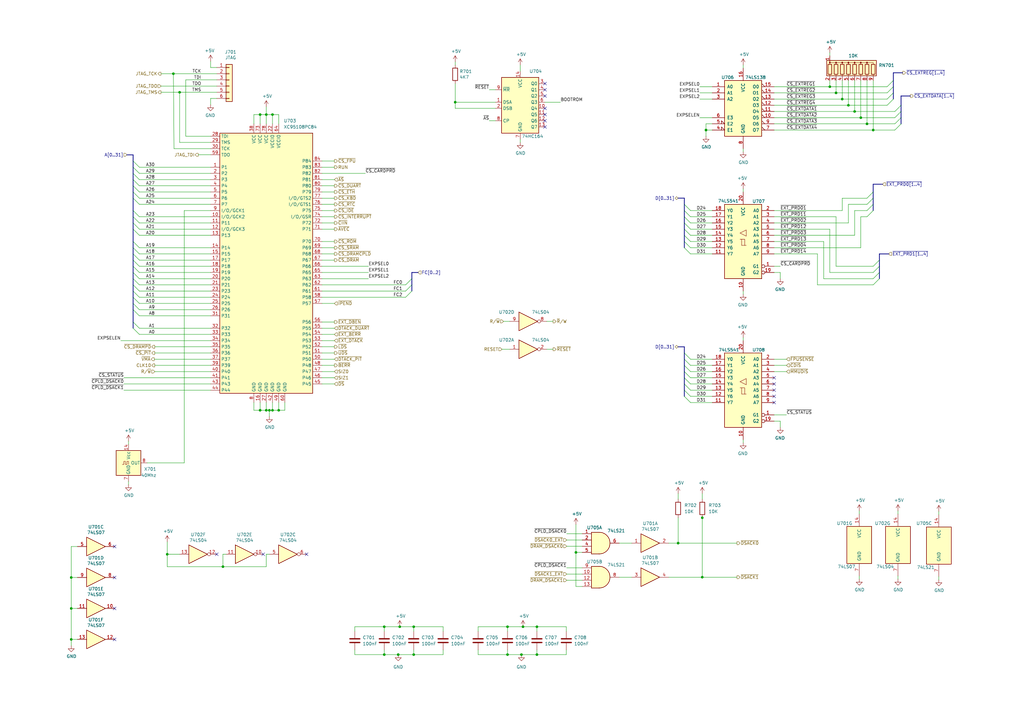
<source format=kicad_sch>
(kicad_sch (version 20211123) (generator eeschema)
  (paper "A3")
  (title_block (title "Y Ddraig Fawr") (company "Stephen Moody"))
  (junction (at 73.66 37.846))
  (junction (at 163.322 268.478))
  (junction (at 347.98 43.18))
  (junction (at 350.52 45.72))
  (junction (at 220.218 268.478))
  (junction (at 71.12 30.226))
  (junction (at 106.68 168.275))
  (junction (at 278.13 222.758))
  (junction (at 157.607 268.478))
  (junction (at 68.58 227.33))
  (junction (at 236.22 226.568))
  (junction (at 208.153 268.478))
  (junction (at 186.69 41.91))
  (junction (at 288.036 236.728))
  (junction (at 345.44 40.64))
  (junction (at 213.868 268.478))
  (junction (at 157.607 257.048))
  (junction (at 358.14 53.34))
  (junction (at 110.49 168.275))
  (junction (at 91.44 232.41))
  (junction (at 289.56 53.34))
  (junction (at 169.672 268.478))
  (junction (at 355.6 50.8))
  (junction (at 214.503 257.048))
  (junction (at 220.218 257.048))
  (junction (at 29.21 262.255))
  (junction (at 109.22 168.275))
  (junction (at 29.21 236.855))
  (junction (at 169.672 257.048))
  (junction (at 353.06 48.26))
  (junction (at 163.957 257.048))
  (junction (at 109.22 46.99))
  (junction (at 114.3 168.275))
  (junction (at 106.68 46.99))
  (junction (at 111.76 168.275))
  (junction (at 111.76 46.99))
  (junction (at 208.153 257.048))
  (junction (at 29.21 249.555))
  (junction (at 340.36 35.56))
  (junction (at 288.036 212.344))
  (junction (at 342.9 38.1))
  (no_connect (at 223.52 44.45))
  (no_connect (at 107.95 227.33))
  (no_connect (at 223.52 49.53))
  (no_connect (at 46.99 224.155))
  (no_connect (at 223.52 52.07))
  (no_connect (at 88.9 227.33))
  (no_connect (at 223.52 36.83))
  (no_connect (at 46.99 262.255))
  (no_connect (at 46.99 236.855))
  (no_connect (at 46.99 249.555))
  (no_connect (at 223.52 39.37))
  (no_connect (at 317.5 162.56))
  (no_connect (at 317.5 165.1))
  (no_connect (at 317.5 154.94))
  (no_connect (at 317.5 157.48))
  (no_connect (at 317.5 160.02))
  (no_connect (at 223.52 46.99))
  (no_connect (at 125.73 227.33))
  (no_connect (at 223.52 34.29))
  (bus_entry (at 54.61 116.84) (size 2.54 2.54))
  (bus_entry (at 54.61 88.9) (size 2.54 2.54))
  (bus_entry (at 280.67 144.78) (size 2.54 2.54))
  (bus_entry (at 280.67 162.56) (size 2.54 2.54))
  (bus_entry (at 366.395 33.02) (size -2.54 2.54))
  (bus_entry (at 366.395 40.64) (size -2.54 2.54))
  (bus_entry (at 366.395 38.1) (size -2.54 2.54))
  (bus_entry (at 369.57 45.72) (size -2.54 2.54))
  (bus_entry (at 369.57 50.8) (size -2.54 2.54))
  (bus_entry (at 369.57 48.26) (size -2.54 2.54))
  (bus_entry (at 369.57 43.18) (size -2.54 2.54))
  (bus_entry (at 366.395 35.56) (size -2.54 2.54))
  (bus_entry (at 54.61 101.6) (size 2.54 2.54))
  (bus_entry (at 280.67 101.6) (size 2.54 2.54))
  (bus_entry (at 54.61 73.66) (size 2.54 2.54))
  (bus_entry (at 360.68 111.76) (size -2.54 2.54))
  (bus_entry (at 54.61 86.36) (size 2.54 2.54))
  (bus_entry (at 168.91 116.84) (size -2.54 2.54))
  (bus_entry (at 54.61 124.46) (size 2.54 2.54))
  (bus_entry (at 280.67 88.9) (size 2.54 2.54))
  (bus_entry (at 54.61 106.68) (size 2.54 2.54))
  (bus_entry (at 54.61 91.44) (size 2.54 2.54))
  (bus_entry (at 54.61 119.38) (size 2.54 2.54))
  (bus_entry (at 280.67 83.82) (size 2.54 2.54))
  (bus_entry (at 54.61 66.04) (size 2.54 2.54))
  (bus_entry (at 280.67 99.06) (size 2.54 2.54))
  (bus_entry (at 54.61 111.76) (size 2.54 2.54))
  (bus_entry (at 166.37 116.84) (size 2.54 -2.54))
  (bus_entry (at 54.61 134.62) (size 2.54 2.54))
  (bus_entry (at 360.68 109.22) (size -2.54 2.54))
  (bus_entry (at 54.61 121.92) (size 2.54 2.54))
  (bus_entry (at 54.61 76.2) (size 2.54 2.54))
  (bus_entry (at 54.61 99.06) (size 2.54 2.54))
  (bus_entry (at 360.68 114.3) (size -2.54 2.54))
  (bus_entry (at 54.61 71.12) (size 2.54 2.54))
  (bus_entry (at 54.61 68.58) (size 2.54 2.54))
  (bus_entry (at 54.61 132.08) (size 2.54 2.54))
  (bus_entry (at 280.67 160.02) (size 2.54 2.54))
  (bus_entry (at 280.67 147.32) (size 2.54 2.54))
  (bus_entry (at 280.67 149.86) (size 2.54 2.54))
  (bus_entry (at 280.67 93.98) (size 2.54 2.54))
  (bus_entry (at 54.61 104.14) (size 2.54 2.54))
  (bus_entry (at 280.67 91.44) (size 2.54 2.54))
  (bus_entry (at 360.68 106.68) (size -2.54 2.54))
  (bus_entry (at 280.67 96.52) (size 2.54 2.54))
  (bus_entry (at 280.67 86.36) (size 2.54 2.54))
  (bus_entry (at 168.91 119.38) (size -2.54 2.54))
  (bus_entry (at 54.61 127) (size 2.54 2.54))
  (bus_entry (at 54.61 114.3) (size 2.54 2.54))
  (bus_entry (at 280.67 152.4) (size 2.54 2.54))
  (bus_entry (at 280.67 157.48) (size 2.54 2.54))
  (bus_entry (at 54.61 78.74) (size 2.54 2.54))
  (bus_entry (at 54.61 81.28) (size 2.54 2.54))
  (bus_entry (at 358.14 86.36) (size -2.54 2.54))
  (bus_entry (at 358.14 78.74) (size -2.54 2.54))
  (bus_entry (at 358.14 83.82) (size -2.54 2.54))
  (bus_entry (at 358.14 81.28) (size -2.54 2.54))
  (bus_entry (at 54.61 93.98) (size 2.54 2.54))
  (bus_entry (at 54.61 109.22) (size 2.54 2.54))
  (bus_entry (at 280.67 154.94) (size 2.54 2.54))
  (wire (pts (xy 317.5 40.64) (xy 345.44 40.64)))
  (wire (pts (xy 71.12 30.226) (xy 88.9 30.226)))
  (wire (pts (xy 50.8 154.94) (xy 86.36 154.94)))
  (wire (pts (xy 317.5 50.8) (xy 355.6 50.8)))
  (wire (pts (xy 57.15 116.84) (xy 86.36 116.84)))
  (wire (pts (xy 63.246 147.32) (xy 86.36 147.32)))
  (wire (pts (xy 236.22 240.538) (xy 238.76 240.538)))
  (wire (pts (xy 238.76 237.998) (xy 232.41 237.998)))
  (wire (pts (xy 92.71 227.33) (xy 91.44 227.33)))
  (wire (pts (xy 57.15 88.9) (xy 86.36 88.9)))
  (wire (pts (xy 57.15 101.6) (xy 86.36 101.6)))
  (wire (pts (xy 57.15 81.28) (xy 86.36 81.28)))
  (wire (pts (xy 29.21 249.555) (xy 29.21 262.255)))
  (wire (pts (xy 132.08 114.3) (xy 151.13 114.3)))
  (wire (pts (xy 109.22 232.41) (xy 109.22 227.33)))
  (bus (pts (xy 370.205 29.845) (xy 366.395 29.845)))
  (bus (pts (xy 54.61 104.14) (xy 54.61 106.68)))
  (wire (pts (xy 63.5 144.78) (xy 86.36 144.78)))
  (bus (pts (xy 280.67 142.24) (xy 280.67 144.78)))
  (bus (pts (xy 54.61 99.06) (xy 54.61 101.6)))
  (bus (pts (xy 366.395 33.02) (xy 366.395 35.56)))
  (wire (pts (xy 220.218 266.573) (xy 220.218 268.478)))
  (wire (pts (xy 304.8 26.67) (xy 304.8 27.94)))
  (wire (pts (xy 337.82 114.3) (xy 358.14 114.3)))
  (bus (pts (xy 358.14 81.28) (xy 358.14 83.82)))
  (wire (pts (xy 86.36 27.686) (xy 88.9 27.686)))
  (wire (pts (xy 347.98 83.82) (xy 355.6 83.82)))
  (wire (pts (xy 52.705 180.975) (xy 52.705 182.245)))
  (wire (pts (xy 75.565 189.865) (xy 75.565 86.36)))
  (bus (pts (xy 54.61 91.44) (xy 54.61 93.98)))
  (wire (pts (xy 57.15 96.52) (xy 86.36 96.52)))
  (wire (pts (xy 137.16 73.66) (xy 132.08 73.66)))
  (wire (pts (xy 347.98 43.18) (xy 363.855 43.18)))
  (wire (pts (xy 289.56 53.34) (xy 289.56 50.8)))
  (wire (pts (xy 236.22 215.138) (xy 236.22 226.568)))
  (wire (pts (xy 145.542 268.478) (xy 157.607 268.478)))
  (wire (pts (xy 287.02 38.1) (xy 292.1 38.1)))
  (wire (pts (xy 63.5 152.4) (xy 86.36 152.4)))
  (wire (pts (xy 111.76 46.99) (xy 111.76 50.8)))
  (bus (pts (xy 358.14 75.565) (xy 358.14 78.74)))
  (wire (pts (xy 181.737 268.478) (xy 181.737 266.573)))
  (wire (pts (xy 57.15 93.98) (xy 86.36 93.98)))
  (wire (pts (xy 186.69 41.91) (xy 186.69 34.29)))
  (wire (pts (xy 57.15 119.38) (xy 86.36 119.38)))
  (wire (pts (xy 304.8 180.34) (xy 304.8 181.61)))
  (bus (pts (xy 54.61 71.12) (xy 54.61 73.66)))
  (bus (pts (xy 280.67 81.28) (xy 280.67 83.82)))
  (wire (pts (xy 238.76 221.488) (xy 232.41 221.488)))
  (wire (pts (xy 292.1 99.06) (xy 283.21 99.06)))
  (bus (pts (xy 360.68 106.68) (xy 360.68 109.22)))
  (wire (pts (xy 353.06 48.26) (xy 367.03 48.26)))
  (wire (pts (xy 57.15 114.3) (xy 86.36 114.3)))
  (wire (pts (xy 29.21 262.255) (xy 29.21 264.795)))
  (wire (pts (xy 106.68 165.1) (xy 106.68 168.275)))
  (bus (pts (xy 369.57 43.18) (xy 369.57 45.72)))
  (wire (pts (xy 278.13 222.758) (xy 302.26 222.758)))
  (wire (pts (xy 196.088 268.478) (xy 208.153 268.478)))
  (wire (pts (xy 63.5 149.86) (xy 86.36 149.86)))
  (wire (pts (xy 186.69 44.45) (xy 203.2 44.45)))
  (bus (pts (xy 54.61 73.66) (xy 54.61 76.2)))
  (wire (pts (xy 317.5 109.22) (xy 320.04 109.22)))
  (bus (pts (xy 358.14 75.565) (xy 361.95 75.565)))
  (wire (pts (xy 352.425 209.55) (xy 352.425 210.82)))
  (wire (pts (xy 151.13 111.76) (xy 132.08 111.76)))
  (wire (pts (xy 66.04 30.226) (xy 71.12 30.226)))
  (wire (pts (xy 292.1 48.26) (xy 287.02 48.26)))
  (wire (pts (xy 114.3 46.99) (xy 111.76 46.99)))
  (wire (pts (xy 57.15 124.46) (xy 86.36 124.46)))
  (wire (pts (xy 137.16 157.48) (xy 132.08 157.48)))
  (wire (pts (xy 111.76 168.275) (xy 114.3 168.275)))
  (bus (pts (xy 54.61 127) (xy 54.61 132.08)))
  (wire (pts (xy 137.16 76.2) (xy 132.08 76.2)))
  (wire (pts (xy 132.08 88.9) (xy 137.16 88.9)))
  (bus (pts (xy 364.49 104.14) (xy 360.68 104.14)))
  (wire (pts (xy 238.76 232.918) (xy 232.41 232.918)))
  (bus (pts (xy 54.61 124.46) (xy 54.61 127)))
  (wire (pts (xy 317.5 93.98) (xy 340.36 93.98)))
  (wire (pts (xy 137.16 81.28) (xy 132.08 81.28)))
  (wire (pts (xy 132.08 149.86) (xy 137.16 149.86)))
  (wire (pts (xy 223.52 41.91) (xy 229.87 41.91)))
  (wire (pts (xy 317.5 172.72) (xy 320.04 172.72)))
  (wire (pts (xy 340.36 35.56) (xy 340.36 33.02)))
  (wire (pts (xy 317.5 38.1) (xy 342.9 38.1)))
  (wire (pts (xy 57.15 83.82) (xy 86.36 83.82)))
  (bus (pts (xy 280.67 149.86) (xy 280.67 152.4)))
  (wire (pts (xy 57.15 104.14) (xy 86.36 104.14)))
  (wire (pts (xy 57.15 111.76) (xy 86.36 111.76)))
  (wire (pts (xy 137.16 101.6) (xy 132.08 101.6)))
  (wire (pts (xy 278.13 212.344) (xy 278.13 222.758)))
  (bus (pts (xy 54.61 63.5) (xy 54.61 66.04)))
  (wire (pts (xy 29.21 224.155) (xy 31.75 224.155)))
  (wire (pts (xy 317.5 91.44) (xy 347.98 91.44)))
  (wire (pts (xy 57.15 71.12) (xy 86.36 71.12)))
  (wire (pts (xy 220.218 257.048) (xy 220.218 258.953)))
  (bus (pts (xy 280.67 152.4) (xy 280.67 154.94)))
  (wire (pts (xy 137.16 86.36) (xy 132.08 86.36)))
  (wire (pts (xy 292.1 101.6) (xy 283.21 101.6)))
  (wire (pts (xy 292.1 40.64) (xy 287.02 40.64)))
  (wire (pts (xy 110.49 168.275) (xy 111.76 168.275)))
  (wire (pts (xy 213.36 58.42) (xy 213.36 57.15)))
  (wire (pts (xy 137.16 134.62) (xy 132.08 134.62)))
  (wire (pts (xy 137.16 104.14) (xy 132.08 104.14)))
  (bus (pts (xy 280.67 88.9) (xy 280.67 91.44)))
  (wire (pts (xy 66.04 35.306) (xy 88.9 35.306)))
  (wire (pts (xy 368.3 210.82) (xy 368.3 209.55)))
  (wire (pts (xy 151.13 109.22) (xy 132.08 109.22)))
  (wire (pts (xy 31.75 236.855) (xy 29.21 236.855)))
  (wire (pts (xy 292.1 88.9) (xy 283.21 88.9)))
  (wire (pts (xy 137.16 106.68) (xy 132.08 106.68)))
  (bus (pts (xy 280.67 86.36) (xy 280.67 88.9)))
  (wire (pts (xy 350.52 45.72) (xy 367.03 45.72)))
  (wire (pts (xy 104.14 168.275) (xy 106.68 168.275)))
  (wire (pts (xy 57.15 91.44) (xy 86.36 91.44)))
  (bus (pts (xy 54.61 106.68) (xy 54.61 109.22)))
  (bus (pts (xy 54.61 93.98) (xy 54.61 99.06)))
  (wire (pts (xy 292.1 162.56) (xy 283.21 162.56)))
  (wire (pts (xy 68.58 232.41) (xy 91.44 232.41)))
  (bus (pts (xy 168.91 111.76) (xy 168.91 114.3)))
  (wire (pts (xy 137.16 99.06) (xy 132.08 99.06)))
  (wire (pts (xy 205.867 143.256) (xy 209.042 143.256)))
  (wire (pts (xy 355.6 88.9) (xy 353.06 88.9)))
  (wire (pts (xy 342.9 88.9) (xy 342.9 109.22)))
  (wire (pts (xy 289.56 50.8) (xy 292.1 50.8)))
  (wire (pts (xy 224.282 143.256) (xy 226.822 143.256)))
  (wire (pts (xy 145.542 258.953) (xy 145.542 257.048)))
  (wire (pts (xy 50.8 160.02) (xy 86.36 160.02)))
  (bus (pts (xy 280.67 157.48) (xy 280.67 160.02)))
  (wire (pts (xy 292.1 53.34) (xy 289.56 53.34)))
  (bus (pts (xy 54.61 81.28) (xy 54.61 86.36)))
  (wire (pts (xy 137.16 142.24) (xy 132.08 142.24)))
  (wire (pts (xy 57.15 76.2) (xy 86.36 76.2)))
  (wire (pts (xy 368.3 237.49) (xy 368.3 236.22)))
  (wire (pts (xy 132.08 137.16) (xy 137.16 137.16)))
  (wire (pts (xy 220.218 268.478) (xy 232.283 268.478)))
  (wire (pts (xy 75.565 86.36) (xy 86.36 86.36)))
  (wire (pts (xy 345.44 86.36) (xy 345.44 81.28)))
  (wire (pts (xy 209.042 131.826) (xy 206.502 131.826)))
  (bus (pts (xy 54.61 119.38) (xy 54.61 121.92)))
  (wire (pts (xy 57.15 134.62) (xy 86.36 134.62)))
  (wire (pts (xy 114.3 50.8) (xy 114.3 46.99)))
  (wire (pts (xy 292.1 165.1) (xy 283.21 165.1)))
  (wire (pts (xy 317.5 43.18) (xy 347.98 43.18)))
  (wire (pts (xy 86.36 42.926) (xy 86.36 40.386)))
  (bus (pts (xy 358.14 83.82) (xy 358.14 86.36)))
  (wire (pts (xy 317.5 48.26) (xy 353.06 48.26)))
  (wire (pts (xy 335.28 104.14) (xy 317.5 104.14)))
  (wire (pts (xy 232.283 268.478) (xy 232.283 266.573)))
  (wire (pts (xy 169.672 257.048) (xy 181.737 257.048)))
  (wire (pts (xy 109.22 165.1) (xy 109.22 168.275)))
  (bus (pts (xy 280.67 96.52) (xy 280.67 99.06)))
  (bus (pts (xy 280.67 93.98) (xy 280.67 96.52)))
  (wire (pts (xy 196.088 257.048) (xy 208.153 257.048)))
  (wire (pts (xy 350.52 96.52) (xy 350.52 86.36)))
  (bus (pts (xy 54.61 76.2) (xy 54.61 78.74)))
  (wire (pts (xy 320.04 172.72) (xy 320.04 175.26)))
  (wire (pts (xy 358.14 116.84) (xy 335.28 116.84)))
  (wire (pts (xy 213.868 268.478) (xy 220.218 268.478)))
  (wire (pts (xy 208.153 257.048) (xy 214.503 257.048)))
  (wire (pts (xy 358.14 53.34) (xy 367.03 53.34)))
  (bus (pts (xy 168.91 111.76) (xy 171.45 111.76)))
  (wire (pts (xy 220.218 257.048) (xy 232.283 257.048)))
  (wire (pts (xy 292.1 147.32) (xy 283.21 147.32)))
  (wire (pts (xy 385.064 211.074) (xy 385.064 209.804)))
  (wire (pts (xy 57.15 109.22) (xy 86.36 109.22)))
  (wire (pts (xy 278.13 202.438) (xy 278.13 204.724)))
  (bus (pts (xy 369.57 45.72) (xy 369.57 48.26)))
  (wire (pts (xy 66.04 37.846) (xy 73.66 37.846)))
  (wire (pts (xy 76.2 32.766) (xy 88.9 32.766)))
  (wire (pts (xy 232.283 257.048) (xy 232.283 258.953)))
  (wire (pts (xy 317.5 152.4) (xy 322.58 152.4)))
  (wire (pts (xy 304.8 60.96) (xy 304.8 62.23)))
  (bus (pts (xy 280.67 99.06) (xy 280.67 101.6)))
  (wire (pts (xy 132.08 91.44) (xy 137.16 91.44)))
  (wire (pts (xy 304.8 139.7) (xy 304.8 138.43)))
  (wire (pts (xy 132.08 66.04) (xy 137.16 66.04)))
  (wire (pts (xy 86.36 63.5) (xy 81.28 63.5)))
  (wire (pts (xy 71.374 60.96) (xy 71.12 30.226)))
  (wire (pts (xy 317.5 99.06) (xy 337.82 99.06)))
  (wire (pts (xy 342.9 109.22) (xy 358.14 109.22)))
  (wire (pts (xy 57.15 127) (xy 86.36 127)))
  (wire (pts (xy 238.76 218.948) (xy 232.41 218.948)))
  (bus (pts (xy 54.61 78.74) (xy 54.61 81.28)))
  (wire (pts (xy 132.08 93.98) (xy 137.16 93.98)))
  (wire (pts (xy 76.2 55.88) (xy 76.2 32.766)))
  (wire (pts (xy 57.15 129.54) (xy 86.36 129.54)))
  (wire (pts (xy 169.672 257.048) (xy 169.672 258.953)))
  (wire (pts (xy 109.22 46.99) (xy 109.22 50.8)))
  (wire (pts (xy 292.1 157.48) (xy 283.21 157.48)))
  (wire (pts (xy 111.76 46.99) (xy 109.22 46.99)))
  (wire (pts (xy 163.957 257.048) (xy 169.672 257.048)))
  (wire (pts (xy 73.66 37.846) (xy 88.9 37.846)))
  (bus (pts (xy 54.61 66.04) (xy 54.61 68.58)))
  (wire (pts (xy 157.607 257.048) (xy 163.957 257.048)))
  (wire (pts (xy 292.1 154.94) (xy 283.21 154.94)))
  (wire (pts (xy 288.036 236.728) (xy 302.26 236.728)))
  (wire (pts (xy 109.22 43.815) (xy 109.22 46.99)))
  (wire (pts (xy 320.04 111.76) (xy 320.04 114.3)))
  (wire (pts (xy 91.44 227.33) (xy 91.44 232.41)))
  (wire (pts (xy 157.607 266.573) (xy 157.607 268.478)))
  (wire (pts (xy 86.36 55.88) (xy 76.2 55.88)))
  (wire (pts (xy 347.98 91.44) (xy 347.98 83.82)))
  (wire (pts (xy 68.58 227.33) (xy 73.66 227.33)))
  (bus (pts (xy 54.61 86.36) (xy 54.61 88.9)))
  (wire (pts (xy 57.15 137.16) (xy 86.36 137.16)))
  (bus (pts (xy 360.68 111.76) (xy 360.68 114.3)))
  (bus (pts (xy 280.67 147.32) (xy 280.67 149.86)))
  (wire (pts (xy 157.607 268.478) (xy 163.322 268.478)))
  (wire (pts (xy 317.5 53.34) (xy 358.14 53.34)))
  (wire (pts (xy 60.325 189.865) (xy 75.565 189.865)))
  (wire (pts (xy 292.1 160.02) (xy 283.21 160.02)))
  (wire (pts (xy 345.44 40.64) (xy 345.44 33.02)))
  (wire (pts (xy 86.36 58.42) (xy 73.66 58.42)))
  (wire (pts (xy 350.52 45.72) (xy 350.52 33.02)))
  (bus (pts (xy 280.67 142.24) (xy 278.13 142.24)))
  (bus (pts (xy 280.67 144.78) (xy 280.67 147.32)))
  (bus (pts (xy 366.395 29.845) (xy 366.395 33.02)))
  (wire (pts (xy 317.5 35.56) (xy 340.36 35.56)))
  (bus (pts (xy 54.61 101.6) (xy 54.61 104.14)))
  (wire (pts (xy 86.36 40.386) (xy 88.9 40.386)))
  (wire (pts (xy 104.14 165.1) (xy 104.14 168.275)))
  (wire (pts (xy 109.22 227.33) (xy 110.49 227.33)))
  (bus (pts (xy 366.395 35.56) (xy 366.395 38.1)))
  (bus (pts (xy 280.67 160.02) (xy 280.67 162.56)))
  (wire (pts (xy 157.607 257.048) (xy 157.607 258.953)))
  (wire (pts (xy 73.66 58.42) (xy 73.66 37.846)))
  (wire (pts (xy 169.672 268.478) (xy 181.737 268.478)))
  (wire (pts (xy 335.28 116.84) (xy 335.28 104.14)))
  (wire (pts (xy 203.2 49.53) (xy 200.66 49.53)))
  (wire (pts (xy 289.56 55.88) (xy 289.56 53.34)))
  (bus (pts (xy 280.67 91.44) (xy 280.67 93.98)))
  (wire (pts (xy 292.1 149.86) (xy 283.21 149.86)))
  (wire (pts (xy 287.02 35.56) (xy 292.1 35.56)))
  (wire (pts (xy 196.088 266.573) (xy 196.088 268.478)))
  (bus (pts (xy 54.61 63.5) (xy 52.07 63.5)))
  (wire (pts (xy 317.5 170.18) (xy 322.58 170.18)))
  (wire (pts (xy 116.84 168.275) (xy 116.84 165.1)))
  (wire (pts (xy 186.69 44.45) (xy 186.69 41.91)))
  (wire (pts (xy 49.53 139.7) (xy 86.36 139.7)))
  (wire (pts (xy 214.503 257.048) (xy 220.218 257.048)))
  (wire (pts (xy 292.1 91.44) (xy 283.21 91.44)))
  (wire (pts (xy 226.822 131.826) (xy 224.282 131.826)))
  (bus (pts (xy 54.61 114.3) (xy 54.61 116.84)))
  (wire (pts (xy 106.68 46.99) (xy 106.68 50.8)))
  (wire (pts (xy 236.22 226.568) (xy 236.22 240.538)))
  (wire (pts (xy 317.5 45.72) (xy 350.52 45.72)))
  (wire (pts (xy 238.76 226.568) (xy 236.22 226.568)))
  (bus (pts (xy 54.61 116.84) (xy 54.61 119.38)))
  (wire (pts (xy 353.06 101.6) (xy 317.5 101.6)))
  (wire (pts (xy 132.08 116.84) (xy 166.37 116.84)))
  (wire (pts (xy 57.15 73.66) (xy 86.36 73.66)))
  (wire (pts (xy 86.36 60.96) (xy 71.374 60.96)))
  (wire (pts (xy 355.6 50.8) (xy 355.6 33.02)))
  (wire (pts (xy 110.49 168.275) (xy 110.49 170.815)))
  (wire (pts (xy 186.69 41.91) (xy 203.2 41.91)))
  (wire (pts (xy 337.82 99.06) (xy 337.82 114.3)))
  (wire (pts (xy 106.68 46.99) (xy 104.14 46.99)))
  (wire (pts (xy 292.1 93.98) (xy 283.21 93.98)))
  (bus (pts (xy 54.61 109.22) (xy 54.61 111.76)))
  (wire (pts (xy 317.5 88.9) (xy 342.9 88.9)))
  (wire (pts (xy 132.08 68.58) (xy 137.16 68.58)))
  (wire (pts (xy 52.705 198.755) (xy 52.705 197.485)))
  (wire (pts (xy 342.9 38.1) (xy 363.855 38.1)))
  (wire (pts (xy 208.153 268.478) (xy 213.868 268.478)))
  (bus (pts (xy 280.67 83.82) (xy 280.67 86.36)))
  (wire (pts (xy 57.15 121.92) (xy 86.36 121.92)))
  (wire (pts (xy 63.5 142.24) (xy 86.36 142.24)))
  (bus (pts (xy 369.57 48.26) (xy 369.57 50.8)))
  (wire (pts (xy 259.08 222.758) (xy 254 222.758)))
  (wire (pts (xy 137.16 139.7) (xy 132.08 139.7)))
  (wire (pts (xy 163.322 268.478) (xy 169.672 268.478)))
  (wire (pts (xy 29.21 236.855) (xy 29.21 224.155)))
  (wire (pts (xy 149.86 71.12) (xy 132.08 71.12)))
  (wire (pts (xy 317.5 96.52) (xy 350.52 96.52)))
  (wire (pts (xy 200.66 36.83) (xy 203.2 36.83)))
  (wire (pts (xy 345.44 81.28) (xy 355.6 81.28)))
  (bus (pts (xy 54.61 111.76) (xy 54.61 114.3)))
  (wire (pts (xy 68.58 227.33) (xy 68.58 232.41)))
  (wire (pts (xy 57.15 78.74) (xy 86.36 78.74)))
  (wire (pts (xy 292.1 86.36) (xy 283.21 86.36)))
  (wire (pts (xy 169.672 266.573) (xy 169.672 268.478)))
  (wire (pts (xy 31.75 262.255) (xy 29.21 262.255)))
  (wire (pts (xy 340.36 21.59) (xy 340.36 22.86)))
  (wire (pts (xy 145.542 266.573) (xy 145.542 268.478)))
  (wire (pts (xy 91.44 232.41) (xy 109.22 232.41)))
  (bus (pts (xy 360.68 104.14) (xy 360.68 106.68)))
  (wire (pts (xy 132.08 147.32) (xy 137.16 147.32)))
  (wire (pts (xy 274.32 236.728) (xy 288.036 236.728)))
  (wire (pts (xy 353.06 88.9) (xy 353.06 101.6)))
  (wire (pts (xy 137.16 83.82) (xy 132.08 83.82)))
  (wire (pts (xy 317.5 147.32) (xy 322.58 147.32)))
  (wire (pts (xy 86.36 25.146) (xy 86.36 27.686)))
  (bus (pts (xy 366.395 38.1) (xy 366.395 40.64)))
  (wire (pts (xy 342.9 38.1) (xy 342.9 33.02)))
  (wire (pts (xy 114.3 165.1) (xy 114.3 168.275)))
  (wire (pts (xy 132.08 152.4) (xy 137.16 152.4)))
  (wire (pts (xy 132.08 119.38) (xy 166.37 119.38)))
  (wire (pts (xy 347.98 43.18) (xy 347.98 33.02)))
  (wire (pts (xy 145.542 257.048) (xy 157.607 257.048)))
  (wire (pts (xy 137.16 144.78) (xy 132.08 144.78)))
  (wire (pts (xy 68.58 222.25) (xy 68.58 227.33)))
  (wire (pts (xy 317.5 149.86) (xy 322.58 149.86)))
  (wire (pts (xy 292.1 96.52) (xy 283.21 96.52)))
  (wire (pts (xy 355.6 50.8) (xy 367.03 50.8)))
  (wire (pts (xy 104.14 46.99) (xy 104.14 50.8)))
  (wire (pts (xy 50.8 157.48) (xy 86.36 157.48)))
  (wire (pts (xy 137.16 78.74) (xy 132.08 78.74)))
  (wire (pts (xy 254 236.728) (xy 259.08 236.728)))
  (wire (pts (xy 340.36 35.56) (xy 363.855 35.56)))
  (wire (pts (xy 132.08 124.46) (xy 137.16 124.46)))
  (wire (pts (xy 304.8 119.38) (xy 304.8 120.65)))
  (wire (pts (xy 288.036 212.344) (xy 288.036 236.728)))
  (wire (pts (xy 137.16 132.08) (xy 132.08 132.08)))
  (wire (pts (xy 340.36 93.98) (xy 340.36 111.76)))
  (wire (pts (xy 109.22 46.99) (xy 106.68 46.99)))
  (wire (pts (xy 238.76 235.458) (xy 232.41 235.458)))
  (wire (pts (xy 317.5 111.76) (xy 320.04 111.76)))
  (wire (pts (xy 340.36 111.76) (xy 358.14 111.76)))
  (bus (pts (xy 360.68 109.22) (xy 360.68 111.76)))
  (wire (pts (xy 31.75 249.555) (xy 29.21 249.555)))
  (bus (pts (xy 280.67 81.28) (xy 278.13 81.28)))
  (wire (pts (xy 196.088 258.953) (xy 196.088 257.048)))
  (bus (pts (xy 54.61 121.92) (xy 54.61 124.46)))
  (bus (pts (xy 168.91 116.84) (xy 168.91 119.38)))
  (bus (pts (xy 280.67 154.94) (xy 280.67 157.48)))
  (wire (pts (xy 106.68 168.275) (xy 109.22 168.275)))
  (wire (pts (xy 352.425 237.49) (xy 352.425 236.22)))
  (wire (pts (xy 350.52 86.36) (xy 355.6 86.36)))
  (wire (pts (xy 274.32 222.758) (xy 278.13 222.758)))
  (bus (pts (xy 369.57 39.37) (xy 369.57 43.18)))
  (wire (pts (xy 358.14 53.34) (xy 358.14 33.02)))
  (bus (pts (xy 373.38 39.37) (xy 369.57 39.37)))
  (wire (pts (xy 292.1 152.4) (xy 283.21 152.4)))
  (wire (pts (xy 109.22 168.275) (xy 110.49 168.275)))
  (wire (pts (xy 208.153 257.048) (xy 208.153 258.953)))
  (bus (pts (xy 54.61 88.9) (xy 54.61 91.44)))
  (wire (pts (xy 111.76 165.1) (xy 111.76 168.275)))
  (wire (pts (xy 132.08 121.92) (xy 166.37 121.92)))
  (wire (pts (xy 353.06 48.26) (xy 353.06 33.02)))
  (bus (pts (xy 168.91 114.3) (xy 168.91 116.84)))
  (wire (pts (xy 304.8 78.74) (xy 304.8 77.47)))
  (wire (pts (xy 137.16 154.94) (xy 132.08 154.94)))
  (wire (pts (xy 29.21 236.855) (xy 29.21 249.555)))
  (wire (pts (xy 317.5 86.36) (xy 345.44 86.36)))
  (wire (pts (xy 186.69 25.4) (xy 186.69 26.67)))
  (bus (pts (xy 54.61 68.58) (xy 54.61 71.12)))
  (wire (pts (xy 288.036 212.09) (xy 288.036 212.344)))
  (wire (pts (xy 238.76 224.028) (xy 232.41 224.028)))
  (wire (pts (xy 114.3 168.275) (xy 116.84 168.275)))
  (wire (pts (xy 345.44 40.64) (xy 363.855 40.64)))
  (wire (pts (xy 213.36 26.67) (xy 213.36 29.21)))
  (wire (pts (xy 208.153 266.573) (xy 208.153 268.478)))
  (bus (pts (xy 54.61 132.08) (xy 54.61 134.62)))
  (wire (pts (xy 385.064 237.744) (xy 385.064 236.474)))
  (wire (pts (xy 181.737 257.048) (xy 181.737 258.953)))
  (wire (pts (xy 57.15 106.68) (xy 86.36 106.68)))
  (wire (pts (xy 57.15 68.58) (xy 86.36 68.58)))
  (bus (pts (xy 358.14 78.74) (xy 358.14 81.28)))
  (wire (pts (xy 292.1 104.14) (xy 283.21 104.14)))
  (wire (pts (xy 288.036 202.438) (xy 288.036 204.724)))
  (label "~{CS_EXTREG4}" (at 322.58 43.18 0))
  (label "D25" (at 289.56 149.86 180))
  (label "A1" (at 63.5 134.62 180))
  (label "D26" (at 289.56 152.4 180))
  (label "EXPSELEN" (at 49.53 139.7 180))
  (label "A21" (at 63.5 93.98 180))
  (label "EXPSEL2" (at 151.13 114.3 0))
  (label "EXPSEL1" (at 287.02 38.1 180))
  (label "A9" (at 63.5 127 180))
  (label "D28" (at 289.56 157.48 180))
  (label "~{EXT_PRD11}" (at 320.04 88.9 0))
  (label "A29" (at 63.5 71.12 180))
  (label "~{CS_EXTDATA1}" (at 322.58 45.72 0))
  (label "A19" (at 63.5 101.6 180))
  (label "A30" (at 63.5 68.58 180))
  (label "BOOTROM" (at 229.87 41.91 0))
  (label "D30" (at 289.56 162.56 180))
  (label "A0" (at 63.5 137.16 180))
  (label "~{AS}" (at 200.66 49.53 180))
  (label "~{CS_STATUS}" (at 50.8 154.94 180))
  (label "A17" (at 63.5 106.68 180))
  (label "D27" (at 289.56 93.98 180))
  (label "A14" (at 63.5 114.3 180))
  (label "~{EXT_PRD13}" (at 320.04 99.06 0))
  (label "A20" (at 63.5 96.52 180))
  (label "~{CPLD_DSACK0}" (at 232.41 218.948 180))
  (label "~{EXT_PRD04}" (at 320.04 101.6 0))
  (label "D31" (at 289.56 104.14 180))
  (label "A16" (at 63.5 109.22 180))
  (label "~{CPLD_DSACK1}" (at 50.8 160.02 180))
  (label "FC2" (at 161.29 121.92 0))
  (label "A28" (at 63.5 73.66 180))
  (label "~{CPLD_DSACK0}" (at 50.8 157.48 180))
  (label "~{EXT_PRD12}" (at 320.04 93.98 0))
  (label "A8" (at 63.5 129.54 180))
  (label "D28" (at 289.56 96.52 180))
  (label "~{CS_EXTREG2}" (at 322.58 38.1 0))
  (label "D29" (at 289.56 99.06 180))
  (label "A22" (at 63.5 91.44 180))
  (label "A23" (at 63.5 88.9 180))
  (label "~{EXT_PRD01}" (at 320.04 86.36 0))
  (label "~{CS_CARDPRD}" (at 149.86 71.12 0))
  (label "D24" (at 289.56 147.32 180))
  (label "D24" (at 289.56 86.36 180))
  (label "~{EXT_PRD03}" (at 320.04 96.52 0))
  (label "A18" (at 63.5 104.14 180))
  (label "A10" (at 63.5 124.46 180))
  (label "A26" (at 63.5 78.74 180))
  (label "D27" (at 289.56 154.94 180))
  (label "A12" (at 63.5 119.38 180))
  (label "TDO" (at 82.55 35.306 180))
  (label "TMS" (at 82.55 37.846 180))
  (label "FC0" (at 161.29 116.84 0))
  (label "~{CS_EXTREG3}" (at 322.58 40.64 0))
  (label "A25" (at 63.5 81.28 180))
  (label "~{CS_EXTDATA2}" (at 322.58 48.26 0))
  (label "A27" (at 63.5 76.2 180))
  (label "~{CPLD_DSACK1}" (at 232.41 232.918 180))
  (label "EXPSELEN" (at 287.02 48.26 180))
  (label "A13" (at 63.5 116.84 180))
  (label "~{RESET}" (at 200.66 36.83 180))
  (label "~{CS_EXTDATA4}" (at 322.58 53.34 0))
  (label "D25" (at 289.56 88.9 180))
  (label "EXPSEL1" (at 151.13 111.76 0))
  (label "D26" (at 289.56 91.44 180))
  (label "~{CS_EXTDATA3}" (at 322.58 50.8 0))
  (label "D29" (at 289.56 160.02 180))
  (label "~{CS_STATUS}" (at 322.58 170.18 0))
  (label "A24" (at 63.5 83.82 180))
  (label "TDI" (at 82.55 32.766 180))
  (label "A15" (at 63.5 111.76 180))
  (label "~{CS_CARDPRD}" (at 320.04 109.22 0))
  (label "A11" (at 63.5 121.92 180))
  (label "FC1" (at 161.29 119.38 0))
  (label "TCK" (at 82.55 30.226 180))
  (label "EXPSEL0" (at 287.02 35.56 180))
  (label "EXPSEL0" (at 151.13 109.22 0))
  (label "D31" (at 289.56 165.1 180))
  (label "D30" (at 289.56 101.6 180))
  (label "~{EXT_PRD02}" (at 320.04 91.44 0))
  (label "~{CS_EXTREG1}" (at 322.58 35.56 0))
  (label "EXPSEL2" (at 287.02 40.64 180))
  (label "~{EXT_PRD14}" (at 320.04 104.14 0))
  (hierarchical_label "SIZ1" (shape input) (at 137.16 154.94 0))
  (hierarchical_label "~{CDIS}" (shape input) (at 322.58 149.86 0))
  (hierarchical_label "~{DTACK_PIT}" (shape input) (at 137.16 147.32 0))
  (hierarchical_label "~{DSACK1_EXT}" (shape input) (at 232.41 235.458 180))
  (hierarchical_label "~{CIIN}" (shape output) (at 137.16 91.44 0))
  (hierarchical_label "~{CS_KBD}" (shape output) (at 137.16 81.28 0))
  (hierarchical_label "~{CS_PIT}" (shape output) (at 63.5 144.78 180))
  (hierarchical_label "~{CS_IDE}" (shape output) (at 137.16 86.36 0))
  (hierarchical_label "SIZ0" (shape input) (at 137.16 152.4 0))
  (hierarchical_label "~{CS_ETH}" (shape output) (at 137.16 78.74 0))
  (hierarchical_label "R{slash}~{W}" (shape input) (at 206.502 131.826 180))
  (hierarchical_label "~{DRAM_DSACK0}" (shape input) (at 232.41 224.028 180))
  (hierarchical_label "~{MMUDIS}" (shape input) (at 322.58 152.4 0))
  (hierarchical_label "~{LDS}" (shape output) (at 137.16 142.24 0))
  (hierarchical_label "~{CS_DRAMCPLD}" (shape output) (at 137.16 104.14 0))
  (hierarchical_label "~{AVEC}" (shape output) (at 137.16 93.98 0))
  (hierarchical_label "~{DSACK0_EXT}" (shape input) (at 232.41 221.488 180))
  (hierarchical_label "~{RESET}" (shape output) (at 226.822 143.256 0))
  (hierarchical_label "~{CS_SRAM}" (shape output) (at 137.16 101.6 0))
  (hierarchical_label "~{CS_FPU}" (shape output) (at 137.16 66.04 0))
  (hierarchical_label "A[0..31]" (shape input) (at 52.07 63.5 180))
  (hierarchical_label "~{DTACK_DUART}" (shape input) (at 137.16 134.62 0))
  (hierarchical_label "FC[0..2]" (shape input) (at 171.45 111.76 0))
  (hierarchical_label "~{DSACK0}" (shape output) (at 302.26 222.758 0))
  (hierarchical_label "RESET" (shape input) (at 205.867 143.256 180))
  (hierarchical_label "~{R}{slash}W" (shape output) (at 226.822 131.826 0))
  (hierarchical_label "JTAG_TDI" (shape output) (at 81.28 63.5 180))
  (hierarchical_label "~{EXT_PRD0[1..4]}" (shape input) (at 361.95 75.565 0))
  (hierarchical_label "~{CS_EXTDATA[1..4]}" (shape output) (at 373.38 39.37 0))
  (hierarchical_label "~{CS_DUART}" (shape output) (at 137.16 76.2 0))
  (hierarchical_label "~{CS_INTERRUPT}" (shape output) (at 137.16 88.9 0))
  (hierarchical_label "~{FPUSENSE}" (shape input) (at 322.58 147.32 0))
  (hierarchical_label "~{CS_ROM}" (shape output) (at 137.16 99.06 0))
  (hierarchical_label "~{IPEND}" (shape input) (at 137.16 124.46 0))
  (hierarchical_label "~{EXT_DTACK}" (shape input) (at 137.16 139.7 0))
  (hierarchical_label "JTAG_TDO" (shape input) (at 66.04 35.306 180))
  (hierarchical_label "~{DRAM_DSACK1}" (shape input) (at 232.41 237.998 180))
  (hierarchical_label "CLK10" (shape output) (at 63.5 149.86 180))
  (hierarchical_label "~{CS_DRAM}" (shape output) (at 137.16 106.68 0))
  (hierarchical_label "~{DS}" (shape input) (at 137.16 157.48 0))
  (hierarchical_label "~{BERR}" (shape output) (at 137.16 149.86 0))
  (hierarchical_label "D[0..31]" (shape bidirectional) (at 278.13 81.28 180))
  (hierarchical_label "~{DSACK1}" (shape output) (at 302.26 236.728 0))
  (hierarchical_label "~{UDS}" (shape output) (at 137.16 144.78 0))
  (hierarchical_label "~{CS_RTC}" (shape output) (at 137.16 83.82 0))
  (hierarchical_label "JTAG_TMS" (shape output) (at 66.04 37.846 180))
  (hierarchical_label "~{VMA}" (shape output) (at 63.246 147.32 180))
  (hierarchical_label "~{AS}" (shape input) (at 137.16 73.66 0))
  (hierarchical_label "~{CS_DRAMPD}" (shape output) (at 63.5 142.24 180))
  (hierarchical_label "D[0..31]" (shape bidirectional) (at 278.13 142.24 180))
  (hierarchical_label "~{EXT_BERR}" (shape input) (at 137.16 137.16 0))
  (hierarchical_label "~{EXT_DBEN}" (shape output) (at 137.16 132.08 0))
  (hierarchical_label "R{slash}~{W}" (shape input) (at 63.5 152.4 180))
  (hierarchical_label "RUN" (shape output) (at 137.16 68.58 0))
  (hierarchical_label "~{CS_EXTREG[1..4]}" (shape output) (at 370.205 29.845 0))
  (hierarchical_label "JTAG_TCK" (shape output) (at 66.04 30.226 180))
  (hierarchical_label "~{EXT_PRD1[1..4]}" (shape input) (at 364.49 104.14 0))
  (symbol (lib_id "Device:R_Network08") (at 350.52 27.94 0) (unit 1)
    (property "Reference" "RN701" (at 360.3752 26.7716 0) (effects (justify left)))
    (property "Value" "10K" (at 347.98 22.86 0) (effects (justify left)))
    (property "Footprint" "Resistor_THT:R_Array_SIP9" (effects hide))
    (property "Datasheet" "http://www.vishay.com/docs/31509/csc.pdf" (effects hide))
  )
  (symbol (lib_id "power:+5V") (at 340.36 21.59 0) (unit 1)
    (property "Reference" "#PWR0728" (effects hide))
    (property "Value" "+5V" (at 340.741 17.1958 0))
  )
  (symbol (lib_id "74xx:74LS541") (at 304.8 99.06 0) (mirror y) (unit 1)
    (property "Reference" "U707" (at 311.15 82.55 0))
    (property "Value" "74LS541" (at 298.704 82.423 0))
    (property "Footprint" "Package_DIP:DIP-20_W7.62mm_Socket" (effects hide))
    (property "Datasheet" "http://www.ti.com/lit/gpn/sn74LS541" (effects hide))
  )
  (symbol (lib_id "power:+5V") (at 278.13 202.438 0) (unit 1)
    (property "Reference" "#PWR0717" (effects hide))
    (property "Value" "+5V" (at 278.511 198.0438 0))
  )
  (symbol (lib_id "power:+5V") (at 304.8 77.47 0) (mirror y) (unit 1)
    (property "Reference" "#PWR0722" (effects hide))
    (property "Value" "+5V" (at 304.419 73.0758 0))
  )
  (symbol (lib_id "power:GND") (at 304.8 120.65 0) (mirror y) (unit 1)
    (property "Reference" "#PWR0723" (effects hide))
    (property "Value" "GND" (at 304.673 125.0442 0))
  )
  (symbol (lib_id "power:GND") (at 320.04 114.3 0) (mirror y) (unit 1)
    (property "Reference" "#PWR0726" (effects hide))
    (property "Value" "GND" (at 319.913 118.6942 0))
  )
  (symbol (lib_id "74xx:74LS07") (at 266.7 222.758 0) (unit 1)
    (property "Reference" "U701" (at 266.7 214.7062 0))
    (property "Value" "74LS07" (at 266.7 217.0176 0))
    (property "Footprint" "Package_DIP:DIP-14_W7.62mm_Socket" (effects hide))
    (property "Datasheet" "www.ti.com/lit/ds/symlink/sn74ls07.pdf" (effects hide))
  )
  (symbol (lib_id "74xx:74LS07") (at 266.7 236.728 0) (unit 2)
    (property "Reference" "U701" (at 266.7 228.6762 0))
    (property "Value" "74LS07" (at 266.7 230.9876 0))
    (property "Footprint" "Package_DIP:DIP-14_W7.62mm_Socket" (effects hide))
    (property "Datasheet" "www.ti.com/lit/ds/symlink/sn74ls07.pdf" (effects hide))
  )
  (symbol (lib_id "74xx:74LS07") (at 39.37 224.155 0) (unit 3)
    (property "Reference" "U701" (at 39.37 216.1032 0))
    (property "Value" "74LS07" (at 39.37 218.4146 0))
    (property "Footprint" "Package_DIP:DIP-14_W7.62mm_Socket" (effects hide))
    (property "Datasheet" "www.ti.com/lit/ds/symlink/sn74ls07.pdf" (effects hide))
  )
  (symbol (lib_id "74xx:74LS07") (at 39.37 236.855 0) (unit 4)
    (property "Reference" "U701" (at 39.37 228.8032 0))
    (property "Value" "74LS07" (at 39.37 231.1146 0))
    (property "Footprint" "Package_DIP:DIP-14_W7.62mm_Socket" (effects hide))
    (property "Datasheet" "www.ti.com/lit/ds/symlink/sn74ls07.pdf" (effects hide))
  )
  (symbol (lib_id "74xx:74LS07") (at 39.37 249.555 0) (unit 5)
    (property "Reference" "U701" (at 39.37 241.5032 0))
    (property "Value" "74LS07" (at 39.37 243.8146 0))
    (property "Footprint" "Package_DIP:DIP-14_W7.62mm_Socket" (effects hide))
    (property "Datasheet" "www.ti.com/lit/ds/symlink/sn74ls07.pdf" (effects hide))
  )
  (symbol (lib_id "74xx:74LS07") (at 39.37 262.255 0) (unit 6)
    (property "Reference" "U701" (at 39.37 254.2032 0))
    (property "Value" "74LS07" (at 39.37 256.5146 0))
    (property "Footprint" "Package_DIP:DIP-14_W7.62mm_Socket" (effects hide))
    (property "Datasheet" "www.ti.com/lit/ds/symlink/sn74ls07.pdf" (effects hide))
  )
  (symbol (lib_id "74xx:74LS07") (at 352.425 223.52 0) (unit 7)
    (property "Reference" "U701" (at 343.154 214.63 0) (effects (justify left)))
    (property "Value" "74LS07" (at 343.535 232.41 0) (effects (justify left)))
    (property "Footprint" "Package_DIP:DIP-14_W7.62mm_Socket" (effects hide))
    (property "Datasheet" "www.ti.com/lit/ds/symlink/sn74ls07.pdf" (effects hide))
  )
  (symbol (lib_id "power:+5V") (at 304.8 26.67 0) (unit 1)
    (property "Reference" "#PWR0720" (effects hide))
    (property "Value" "+5V" (at 305.181 22.2758 0))
  )
  (symbol (lib_id "power:GND") (at 304.8 62.23 0) (unit 1)
    (property "Reference" "#PWR0721" (effects hide))
    (property "Value" "GND" (at 304.927 66.6242 0))
  )
  (symbol (lib_id "power:GND") (at 289.56 55.88 0) (unit 1)
    (property "Reference" "#PWR0719" (effects hide))
    (property "Value" "GND" (at 289.687 60.2742 0))
  )
  (symbol (lib_id "Oscillator:ACO-xxxMHz") (at 52.705 189.865 0) (unit 1)
    (property "Reference" "X701" (at 64.135 192.405 0) (effects (justify right)))
    (property "Value" "40Mhz" (at 64.135 194.945 0) (effects (justify right)))
    (property "Footprint" "Oscillator:Oscillator_DIP-14" (effects hide))
    (property "Datasheet" "http://www.conwin.com/datasheets/cx/cx030.pdf" (effects hide))
  )
  (symbol (lib_id "power:+5V") (at 109.22 43.815 0) (unit 1)
    (property "Reference" "#PWR0707" (effects hide))
    (property "Value" "+5V" (at 109.601 39.4208 0))
  )
  (symbol (lib_id "power:GND") (at 110.49 170.815 0) (unit 1)
    (property "Reference" "#PWR0708" (effects hide))
    (property "Value" "GND" (at 110.617 175.2092 0))
  )
  (symbol (lib_id "power:+5V") (at 186.69 25.4 0) (unit 1)
    (property "Reference" "#PWR0711" (effects hide))
    (property "Value" "+5V" (at 187.071 21.0058 0))
  )
  (symbol (lib_id "power:GND") (at 213.36 58.42 0) (unit 1)
    (property "Reference" "#PWR0713" (effects hide))
    (property "Value" "GND" (at 213.487 62.8142 0))
  )
  (symbol (lib_id "Device:R") (at 186.69 30.48 0) (unit 1)
    (property "Reference" "R701" (at 188.468 29.3116 0) (effects (justify left)))
    (property "Value" "4K7" (at 188.468 31.623 0) (effects (justify left)))
    (property "Footprint" "Resistor_THT:R_Axial_DIN0207_L6.3mm_D2.5mm_P10.16mm_Horizontal" (effects hide))
  )
  (symbol (lib_id "74xx:74HC164") (at 213.36 41.91 0) (unit 1)
    (property "Reference" "U704" (at 219.71 29.21 0))
    (property "Value" "74HC164" (at 218.44 55.88 0))
    (property "Footprint" "Package_DIP:DIP-14_W7.62mm_Socket" (effects hide))
    (property "Datasheet" "https://assets.nexperia.com/documents/data-sheet/74HC_HCT164.pdf" (effects hide))
  )
  (symbol (lib_id "power:+5V") (at 213.36 26.67 0) (unit 1)
    (property "Reference" "#PWR0712" (effects hide))
    (property "Value" "+5V" (at 213.741 22.2758 0))
  )
  (symbol (lib_id "power:+5V") (at 352.425 209.55 0) (unit 1)
    (property "Reference" "#PWR0729" (effects hide))
    (property "Value" "+5V" (at 352.806 205.1558 0))
  )
  (symbol (lib_id "power:GND") (at 352.425 237.49 0) (unit 1)
    (property "Reference" "#PWR0730" (effects hide))
    (property "Value" "GND" (at 352.552 241.8842 0))
  )
  (symbol (lib_id "74xx:74LS04") (at 216.662 143.256 0) (unit 1)
    (property "Reference" "U702" (at 207.772 139.446 0))
    (property "Value" "74LS04" (at 221.742 139.446 0))
    (property "Footprint" "Package_DIP:DIP-14_W7.62mm_Socket" (effects hide))
    (property "Datasheet" "http://www.ti.com/lit/gpn/sn74LS04" (effects hide))
  )
  (symbol (lib_id "74xx:74LS04") (at 118.11 227.33 0) (unit 3)
    (property "Reference" "U702" (at 118.11 219.2782 0))
    (property "Value" "74LS04" (at 118.11 221.5896 0))
    (property "Footprint" "Package_DIP:DIP-14_W7.62mm_Socket" (effects hide))
    (property "Datasheet" "http://www.ti.com/lit/gpn/sn74LS04" (effects hide))
  )
  (symbol (lib_id "74xx:74LS04") (at 216.662 131.826 0) (unit 4)
    (property "Reference" "U702" (at 207.772 128.016 0))
    (property "Value" "74LS04" (at 221.742 128.016 0))
    (property "Footprint" "Package_DIP:DIP-14_W7.62mm_Socket" (effects hide))
    (property "Datasheet" "http://www.ti.com/lit/gpn/sn74LS04" (effects hide))
  )
  (symbol (lib_id "74xx:74LS04") (at 100.33 227.33 0) (unit 5)
    (property "Reference" "U702" (at 100.33 219.2782 0))
    (property "Value" "74LS04" (at 100.33 221.5896 0))
    (property "Footprint" "Package_DIP:DIP-14_W7.62mm_Socket" (effects hide))
    (property "Datasheet" "http://www.ti.com/lit/gpn/sn74LS04" (effects hide))
  )
  (symbol (lib_id "74xx:74LS04") (at 81.28 227.33 0) (unit 6)
    (property "Reference" "U702" (at 81.28 219.2782 0))
    (property "Value" "74LS04" (at 81.28 221.5896 0))
    (property "Footprint" "Package_DIP:DIP-14_W7.62mm_Socket" (effects hide))
    (property "Datasheet" "http://www.ti.com/lit/gpn/sn74LS04" (effects hide))
  )
  (symbol (lib_id "74xx:74LS04") (at 368.3 223.52 0) (mirror y) (unit 7)
    (property "Reference" "U702" (at 358.775 214.63 0) (effects (justify right)))
    (property "Value" "74LS04" (at 359.41 232.41 0) (effects (justify right)))
    (property "Footprint" "Package_DIP:DIP-14_W7.62mm_Socket" (effects hide))
    (property "Datasheet" "http://www.ti.com/lit/gpn/sn74LS04" (effects hide))
  )
  (symbol (lib_id "74xx:74LS21") (at 246.38 222.758 0) (unit 1)
    (property "Reference" "U705" (at 243.84 216.408 0))
    (property "Value" "74LS21" (at 252.73 217.678 0))
    (property "Footprint" "Package_DIP:DIP-12_W7.62mm_Socket" (effects hide))
    (property "Datasheet" "http://www.ti.com/lit/gpn/sn74LS21" (effects hide))
  )
  (symbol (lib_id "74xx:74LS21") (at 246.38 236.728 0) (unit 2)
    (property "Reference" "U705" (at 243.84 230.378 0))
    (property "Value" "74LS21" (at 252.73 231.648 0))
    (property "Footprint" "Package_DIP:DIP-12_W7.62mm_Socket" (effects hide))
    (property "Datasheet" "http://www.ti.com/lit/gpn/sn74LS21" (effects hide))
  )
  (symbol (lib_id "74xx:74LS21") (at 385.064 223.774 0) (unit 3)
    (property "Reference" "U705" (at 375.793 214.63 0) (effects (justify left)))
    (property "Value" "74LS21" (at 376.047 232.664 0) (effects (justify left)))
    (property "Footprint" "Package_DIP:DIP-12_W7.62mm_Socket" (effects hide))
    (property "Datasheet" "http://www.ti.com/lit/gpn/sn74LS21" (effects hide))
  )
  (symbol (lib_id "74xx:74LS138") (at 304.8 43.18 0) (unit 1)
    (property "Reference" "U706" (at 298.45 31.75 0))
    (property "Value" "74LS138" (at 309.88 31.75 0))
    (property "Footprint" "Package_DIP:DIP-16_W7.62mm_Socket" (effects hide))
    (property "Datasheet" "http://www.ti.com/lit/gpn/sn74LS138" (effects hide))
  )
  (symbol (lib_id "power:+5V") (at 236.22 215.138 0) (unit 1)
    (property "Reference" "#PWR0716" (effects hide))
    (property "Value" "+5V" (at 236.601 210.7438 0))
  )
  (symbol (lib_id "power:GND") (at 29.21 264.795 0) (unit 1)
    (property "Reference" "#PWR0701" (effects hide))
    (property "Value" "GND" (at 29.337 269.1892 0))
  )
  (symbol (lib_id "power:GND") (at 52.705 198.755 0) (unit 1)
    (property "Reference" "#PWR0703" (effects hide))
    (property "Value" "GND" (at 52.832 203.1492 0))
  )
  (symbol (lib_id "power:+5V") (at 52.705 180.975 0) (unit 1)
    (property "Reference" "#PWR0702" (effects hide))
    (property "Value" "+5V" (at 53.086 176.5808 0))
  )
  (symbol (lib_id "power:GND") (at 368.3 237.49 0) (unit 1)
    (property "Reference" "#PWR0732" (effects hide))
    (property "Value" "GND" (at 368.427 241.8842 0))
  )
  (symbol (lib_id "power:GND") (at 385.064 237.744 0) (unit 1)
    (property "Reference" "#PWR0734" (effects hide))
    (property "Value" "GND" (at 385.191 242.1382 0))
  )
  (symbol (lib_id "power:+5V") (at 368.3 209.55 0) (unit 1)
    (property "Reference" "#PWR0731" (effects hide))
    (property "Value" "+5V" (at 368.681 205.1558 0))
  )
  (symbol (lib_id "power:+5V") (at 385.064 209.804 0) (unit 1)
    (property "Reference" "#PWR0733" (effects hide))
    (property "Value" "+5V" (at 385.445 205.4098 0))
  )
  (symbol (lib_id "power:+5V") (at 68.58 222.25 0) (unit 1)
    (property "Reference" "#PWR0704" (effects hide))
    (property "Value" "+5V" (at 68.961 217.8558 0))
  )
  (symbol (lib_id "Connector_Generic:Conn_01x06") (at 93.98 32.766 0) (unit 1)
    (property "Reference" "J701" (at 94.615 21.336 0))
    (property "Value" "JTAG" (at 94.615 23.6474 0))
    (property "Footprint" "Connector_PinSocket_2.54mm:PinSocket_1x06_P2.54mm_Vertical" (effects hide))
  )
  (symbol (lib_id "power:+5V") (at 86.36 25.146 0) (mirror y) (unit 1)
    (property "Reference" "#PWR0705" (effects hide))
    (property "Value" "+5V" (at 85.979 20.7518 0))
  )
  (symbol (lib_id "power:GND") (at 86.36 42.926 0) (mirror y) (unit 1)
    (property "Reference" "#PWR0706" (effects hide))
    (property "Value" "GND" (at 86.233 47.3202 0))
  )
  (symbol (lib_id "power:GND") (at 163.322 268.478 0) (unit 1)
    (property "Reference" "#PWR0709" (effects hide))
    (property "Value" "GND" (at 163.322 273.558 0))
  )
  (symbol (lib_id "power:+5V") (at 304.8 138.43 0) (mirror y) (unit 1)
    (property "Reference" "#PWR0724" (effects hide))
    (property "Value" "+5V" (at 304.419 134.0358 0))
  )
  (symbol (lib_id "Device:C") (at 157.607 262.763 0) (unit 1)
    (property "Reference" "C702" (at 160.782 261.4929 0) (effects (justify left)))
    (property "Value" "100nF" (at 160.782 264.0329 0) (effects (justify left)))
    (property "Footprint" "Capacitor_THT:C_Disc_D3.8mm_W2.6mm_P2.50mm" (effects hide))
  )
  (symbol (lib_id "Device:C") (at 145.542 262.763 0) (unit 1)
    (property "Reference" "C701" (at 148.717 261.4929 0) (effects (justify left)))
    (property "Value" "100nF" (at 148.717 264.0329 0) (effects (justify left)))
    (property "Footprint" "Capacitor_THT:C_Disc_D3.8mm_W2.6mm_P2.50mm" (effects hide))
  )
  (symbol (lib_id "power:GND") (at 213.868 268.478 0) (unit 1)
    (property "Reference" "#PWR0714" (effects hide))
    (property "Value" "GND" (at 213.868 273.558 0))
  )
  (symbol (lib_id "Device:C") (at 169.672 262.763 0) (unit 1)
    (property "Reference" "C703" (at 172.847 261.4929 0) (effects (justify left)))
    (property "Value" "100nF" (at 172.847 264.0329 0) (effects (justify left)))
    (property "Footprint" "Capacitor_THT:C_Disc_D3.8mm_W2.6mm_P2.50mm" (effects hide))
  )
  (symbol (lib_id "74xx:74LS541") (at 304.8 160.02 0) (mirror y) (unit 1)
    (property "Reference" "U708" (at 311.15 143.51 0))
    (property "Value" "74LS541" (at 298.958 143.51 0))
    (property "Footprint" "Package_DIP:DIP-20_W7.62mm_Socket" (effects hide))
    (property "Datasheet" "http://www.ti.com/lit/gpn/sn74LS541" (effects hide))
  )
  (symbol (lib_id "Device:C") (at 220.218 262.763 0) (unit 1)
    (property "Reference" "C707" (at 223.393 261.4929 0) (effects (justify left)))
    (property "Value" "100nF" (at 223.393 264.0329 0) (effects (justify left)))
    (property "Footprint" "Capacitor_THT:C_Disc_D3.8mm_W2.6mm_P2.50mm" (effects hide))
  )
  (symbol (lib_id "power:+5V") (at 163.957 257.048 0) (unit 1)
    (property "Reference" "#PWR0710" (effects hide))
    (property "Value" "+5V" (at 164.338 252.6538 0))
  )
  (symbol (lib_id "power:GND") (at 320.04 175.26 0) (mirror y) (unit 1)
    (property "Reference" "#PWR0727" (effects hide))
    (property "Value" "GND" (at 319.913 179.6542 0))
  )
  (symbol (lib_id "Device:C") (at 196.088 262.763 0) (unit 1)
    (property "Reference" "C705" (at 199.263 261.4929 0) (effects (justify left)))
    (property "Value" "100nF" (at 199.263 264.0329 0) (effects (justify left)))
    (property "Footprint" "Capacitor_THT:C_Disc_D3.8mm_W2.6mm_P2.50mm" (effects hide))
  )
  (symbol (lib_id "Device:C") (at 208.153 262.763 0) (unit 1)
    (property "Reference" "C706" (at 211.328 261.4929 0) (effects (justify left)))
    (property "Value" "100nF" (at 211.328 264.0329 0) (effects (justify left)))
    (property "Footprint" "Capacitor_THT:C_Disc_D3.8mm_W2.6mm_P2.50mm" (effects hide))
  )
  (symbol (lib_id "Device:C") (at 232.283 262.763 0) (unit 1)
    (property "Reference" "C708" (at 235.458 261.4929 0) (effects (justify left)))
    (property "Value" "100nF" (at 235.458 264.0329 0) (effects (justify left)))
    (property "Footprint" "Capacitor_THT:C_Disc_D3.8mm_W2.6mm_P2.50mm" (effects hide))
  )
  (symbol (lib_id "CPLD_Xilinx:XC95108PC84") (at 109.22 106.68 0) (unit 1)
    (property "Reference" "U703" (at 116.3194 49.53 0) (effects (justify left)))
    (property "Value" "XC95108PC84" (at 116.3194 52.07 0) (effects (justify left)))
    (property "Footprint" "Package_LCC:PLCC-84_THT-Socket" (effects hide))
    (property "Datasheet" "xilinx/xc95108.pdf" (effects hide))
  )
  (symbol (lib_id "power:+5V") (at 288.036 202.438 0) (unit 1)
    (property "Reference" "#PWR0718" (effects hide))
    (property "Value" "+5V" (at 288.417 198.0438 0))
  )
  (symbol (lib_id "Device:R") (at 278.13 208.534 0) (unit 1)
    (property "Reference" "R702" (at 280.67 207.2639 0) (effects (justify left)))
    (property "Value" "10K" (at 280.67 209.8039 0) (effects (justify left)))
    (property "Footprint" "Resistor_THT:R_Axial_DIN0207_L6.3mm_D2.5mm_P10.16mm_Horizontal" (effects hide))
  )
  (symbol (lib_id "power:+5V") (at 214.503 257.048 0) (unit 1)
    (property "Reference" "#PWR0715" (effects hide))
    (property "Value" "+5V" (at 214.884 252.6538 0))
  )
  (symbol (lib_id "power:GND") (at 304.8 181.61 0) (mirror y) (unit 1)
    (property "Reference" "#PWR0725" (effects hide))
    (property "Value" "GND" (at 304.673 186.0042 0))
  )
  (symbol (lib_id "Device:R") (at 288.036 208.534 0) (unit 1)
    (property "Reference" "R703" (at 290.576 207.2639 0) (effects (justify left)))
    (property "Value" "10K" (at 290.576 209.8039 0) (effects (justify left)))
    (property "Footprint" "Resistor_THT:R_Axial_DIN0207_L6.3mm_D2.5mm_P10.16mm_Horizontal" (effects hide))
  )
  (symbol (lib_id "Device:C") (at 181.737 262.763 0) (unit 1)
    (property "Reference" "C704" (at 184.912 261.4929 0) (effects (justify left)))
    (property "Value" "100nF" (at 184.912 264.0329 0) (effects (justify left)))
    (property "Footprint" "Capacitor_THT:C_Disc_D3.8mm_W2.6mm_P2.50mm" (effects hide))
  )
)
</source>
